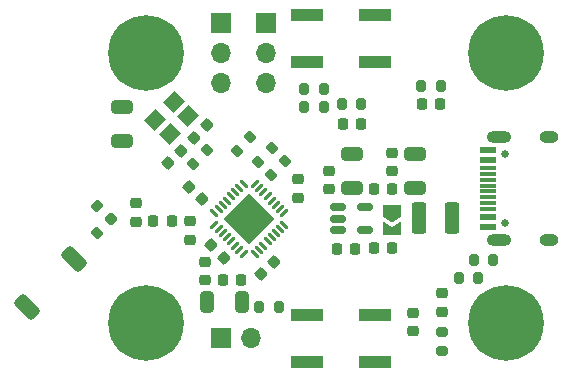
<source format=gbr>
%TF.GenerationSoftware,KiCad,Pcbnew,(6.0.9)*%
%TF.CreationDate,2023-01-31T22:53:35+08:00*%
%TF.ProjectId,ESP32C3_RF_Test,45535033-3243-4335-9f52-465f54657374,rev?*%
%TF.SameCoordinates,Original*%
%TF.FileFunction,Soldermask,Top*%
%TF.FilePolarity,Negative*%
%FSLAX46Y46*%
G04 Gerber Fmt 4.6, Leading zero omitted, Abs format (unit mm)*
G04 Created by KiCad (PCBNEW (6.0.9)) date 2023-01-31 22:53:35*
%MOMM*%
%LPD*%
G01*
G04 APERTURE LIST*
G04 Aperture macros list*
%AMRoundRect*
0 Rectangle with rounded corners*
0 $1 Rounding radius*
0 $2 $3 $4 $5 $6 $7 $8 $9 X,Y pos of 4 corners*
0 Add a 4 corners polygon primitive as box body*
4,1,4,$2,$3,$4,$5,$6,$7,$8,$9,$2,$3,0*
0 Add four circle primitives for the rounded corners*
1,1,$1+$1,$2,$3*
1,1,$1+$1,$4,$5*
1,1,$1+$1,$6,$7*
1,1,$1+$1,$8,$9*
0 Add four rect primitives between the rounded corners*
20,1,$1+$1,$2,$3,$4,$5,0*
20,1,$1+$1,$4,$5,$6,$7,0*
20,1,$1+$1,$6,$7,$8,$9,0*
20,1,$1+$1,$8,$9,$2,$3,0*%
%AMRotRect*
0 Rectangle, with rotation*
0 The origin of the aperture is its center*
0 $1 length*
0 $2 width*
0 $3 Rotation angle, in degrees counterclockwise*
0 Add horizontal line*
21,1,$1,$2,0,0,$3*%
%AMFreePoly0*
4,1,6,1.000000,0.000000,0.500000,-0.750000,-0.500000,-0.750000,-0.500000,0.750000,0.500000,0.750000,1.000000,0.000000,1.000000,0.000000,$1*%
%AMFreePoly1*
4,1,6,0.500000,-0.750000,-0.650000,-0.750000,-0.150000,0.000000,-0.650000,0.750000,0.500000,0.750000,0.500000,-0.750000,0.500000,-0.750000,$1*%
G04 Aperture macros list end*
%ADD10RoundRect,0.150000X-0.512500X-0.150000X0.512500X-0.150000X0.512500X0.150000X-0.512500X0.150000X0*%
%ADD11RoundRect,0.200000X0.053033X-0.335876X0.335876X-0.053033X-0.053033X0.335876X-0.335876X0.053033X0*%
%ADD12RoundRect,0.218750X0.218750X0.256250X-0.218750X0.256250X-0.218750X-0.256250X0.218750X-0.256250X0*%
%ADD13C,0.650000*%
%ADD14R,1.450000X0.600000*%
%ADD15R,1.450000X0.300000*%
%ADD16O,1.600000X1.000000*%
%ADD17O,2.100000X1.000000*%
%ADD18RoundRect,0.218750X-0.218750X-0.256250X0.218750X-0.256250X0.218750X0.256250X-0.218750X0.256250X0*%
%ADD19C,0.800000*%
%ADD20C,6.400000*%
%ADD21RoundRect,0.200000X-0.200000X-0.275000X0.200000X-0.275000X0.200000X0.275000X-0.200000X0.275000X0*%
%ADD22RoundRect,0.250000X-0.375000X-1.075000X0.375000X-1.075000X0.375000X1.075000X-0.375000X1.075000X0*%
%ADD23R,2.800000X1.000000*%
%ADD24RoundRect,0.225000X0.225000X0.250000X-0.225000X0.250000X-0.225000X-0.250000X0.225000X-0.250000X0*%
%ADD25RoundRect,0.225000X0.250000X-0.225000X0.250000X0.225000X-0.250000X0.225000X-0.250000X-0.225000X0*%
%ADD26RoundRect,0.200000X-0.335876X-0.053033X-0.053033X-0.335876X0.335876X0.053033X0.053033X0.335876X0*%
%ADD27RoundRect,0.225000X-0.335876X-0.017678X-0.017678X-0.335876X0.335876X0.017678X0.017678X0.335876X0*%
%ADD28RoundRect,0.225000X-0.017678X0.335876X-0.335876X0.017678X0.017678X-0.335876X0.335876X-0.017678X0*%
%ADD29RotRect,1.400000X1.200000X45.000000*%
%ADD30RoundRect,0.218750X0.256250X-0.218750X0.256250X0.218750X-0.256250X0.218750X-0.256250X-0.218750X0*%
%ADD31RoundRect,0.250000X0.650000X-0.325000X0.650000X0.325000X-0.650000X0.325000X-0.650000X-0.325000X0*%
%ADD32RoundRect,0.225000X-0.250000X0.225000X-0.250000X-0.225000X0.250000X-0.225000X0.250000X0.225000X0*%
%ADD33RoundRect,0.062500X-0.220971X-0.309359X0.309359X0.220971X0.220971X0.309359X-0.309359X-0.220971X0*%
%ADD34RoundRect,0.062500X0.220971X-0.309359X0.309359X-0.220971X-0.220971X0.309359X-0.309359X0.220971X0*%
%ADD35RotRect,3.100000X3.100000X45.000000*%
%ADD36RoundRect,0.250000X0.353553X-0.848528X0.848528X-0.353553X-0.353553X0.848528X-0.848528X0.353553X0*%
%ADD37RoundRect,0.200000X-0.275000X0.200000X-0.275000X-0.200000X0.275000X-0.200000X0.275000X0.200000X0*%
%ADD38R,1.700000X1.700000*%
%ADD39O,1.700000X1.700000*%
%ADD40RoundRect,0.225000X0.017678X-0.335876X0.335876X-0.017678X-0.017678X0.335876X-0.335876X0.017678X0*%
%ADD41RoundRect,0.225000X0.335876X0.017678X0.017678X0.335876X-0.335876X-0.017678X-0.017678X-0.335876X0*%
%ADD42RoundRect,0.225000X-0.225000X-0.250000X0.225000X-0.250000X0.225000X0.250000X-0.225000X0.250000X0*%
%ADD43RoundRect,0.250000X0.325000X0.650000X-0.325000X0.650000X-0.325000X-0.650000X0.325000X-0.650000X0*%
%ADD44FreePoly0,270.000000*%
%ADD45FreePoly1,270.000000*%
G04 APERTURE END LIST*
D10*
%TO.C,U2*%
X130561500Y-76532000D03*
X130561500Y-77482000D03*
X130561500Y-78432000D03*
X132836500Y-78432000D03*
X132836500Y-76532000D03*
%TD*%
D11*
%TO.C,R5*%
X110160637Y-78688363D03*
X111327363Y-77521637D03*
%TD*%
D12*
%TO.C,L3*%
X135153500Y-74979000D03*
X133578500Y-74979000D03*
%TD*%
D13*
%TO.C,J3*%
X144720000Y-77820000D03*
X144720000Y-72040000D03*
D14*
X143275000Y-78180000D03*
X143275000Y-77380000D03*
D15*
X143275000Y-76180000D03*
X143275000Y-75180000D03*
X143275000Y-74680000D03*
X143275000Y-73680000D03*
D14*
X143275000Y-72480000D03*
X143275000Y-71680000D03*
X143275000Y-71680000D03*
X143275000Y-72480000D03*
D15*
X143275000Y-73180000D03*
X143275000Y-74180000D03*
X143275000Y-75680000D03*
X143275000Y-76680000D03*
D14*
X143275000Y-77380000D03*
X143275000Y-78180000D03*
D16*
X148370000Y-79250000D03*
X148370000Y-70610000D03*
D17*
X144190000Y-79250000D03*
X144190000Y-70610000D03*
%TD*%
D18*
%TO.C,L2*%
X114909500Y-77724000D03*
X116484500Y-77724000D03*
%TD*%
D19*
%TO.C,H2*%
X142380000Y-63500000D03*
X143082944Y-65197056D03*
X144780000Y-61100000D03*
X143082944Y-61802944D03*
D20*
X144780000Y-63500000D03*
D19*
X146477056Y-61802944D03*
X144780000Y-65900000D03*
X146477056Y-65197056D03*
X147180000Y-63500000D03*
%TD*%
D21*
%TO.C,R2*%
X142050000Y-81026000D03*
X143700000Y-81026000D03*
%TD*%
D22*
%TO.C,F1*%
X137411000Y-77470000D03*
X140211000Y-77470000D03*
%TD*%
D11*
%TO.C,R8*%
X118288637Y-72846363D03*
X119455363Y-71679637D03*
%TD*%
D23*
%TO.C,SW1*%
X127910000Y-89630000D03*
X133710000Y-89630000D03*
X133710000Y-85630000D03*
X127910000Y-85630000D03*
%TD*%
D11*
%TO.C,R7*%
X124872957Y-73769043D03*
X126039683Y-72602317D03*
%TD*%
D21*
%TO.C,R3*%
X140780000Y-82550000D03*
X142430000Y-82550000D03*
%TD*%
D24*
%TO.C,C19*%
X132474000Y-69469000D03*
X130924000Y-69469000D03*
%TD*%
D19*
%TO.C,H4*%
X114300000Y-83960000D03*
X115997056Y-88057056D03*
X112602944Y-84662944D03*
X116700000Y-86360000D03*
X114300000Y-88760000D03*
X111900000Y-86360000D03*
D20*
X114300000Y-86360000D03*
D19*
X112602944Y-88057056D03*
X115997056Y-84662944D03*
%TD*%
D25*
%TO.C,C13*%
X135128000Y-73468000D03*
X135128000Y-71918000D03*
%TD*%
D26*
%TO.C,R1*%
X110160637Y-76378637D03*
X111327363Y-77545363D03*
%TD*%
D27*
%TO.C,C7*%
X119828312Y-79749672D03*
X120924328Y-80845688D03*
%TD*%
D19*
%TO.C,H3*%
X142380000Y-86360000D03*
D20*
X144780000Y-86360000D03*
D19*
X144780000Y-88760000D03*
X146477056Y-88057056D03*
X146477056Y-84662944D03*
X147180000Y-86360000D03*
X143082944Y-84662944D03*
X143082944Y-88057056D03*
X144780000Y-83960000D03*
%TD*%
D24*
%TO.C,C16*%
X131966000Y-80022000D03*
X130416000Y-80022000D03*
%TD*%
D28*
%TO.C,C10*%
X117261008Y-71714992D03*
X116164992Y-72811008D03*
%TD*%
D29*
%TO.C,Y1*%
X116282223Y-70339858D03*
X117837858Y-68784223D03*
X116635777Y-67582142D03*
X115080142Y-69137777D03*
%TD*%
D25*
%TO.C,C8*%
X113411000Y-77737000D03*
X113411000Y-76187000D03*
%TD*%
D30*
%TO.C,D1*%
X139319000Y-85369500D03*
X139319000Y-83794500D03*
%TD*%
D21*
%TO.C,R11*%
X130874000Y-67818000D03*
X132524000Y-67818000D03*
%TD*%
D31*
%TO.C,C15*%
X131699000Y-74930000D03*
X131699000Y-71980000D03*
%TD*%
D32*
%TO.C,C9*%
X117983000Y-77711000D03*
X117983000Y-79261000D03*
%TD*%
D30*
%TO.C,L1*%
X119253000Y-82702500D03*
X119253000Y-81127500D03*
%TD*%
D33*
%TO.C,U1*%
X120068310Y-77989816D03*
X120421864Y-78343369D03*
X120775417Y-78696923D03*
X121128971Y-79050476D03*
X121482524Y-79404029D03*
X121836077Y-79757583D03*
X122189631Y-80111136D03*
X122543184Y-80464690D03*
D34*
X123515456Y-80464690D03*
X123869009Y-80111136D03*
X124222563Y-79757583D03*
X124576116Y-79404029D03*
X124929669Y-79050476D03*
X125283223Y-78696923D03*
X125636776Y-78343369D03*
X125990330Y-77989816D03*
D33*
X125990330Y-77017544D03*
X125636776Y-76663991D03*
X125283223Y-76310437D03*
X124929669Y-75956884D03*
X124576116Y-75603331D03*
X124222563Y-75249777D03*
X123869009Y-74896224D03*
X123515456Y-74542670D03*
D34*
X122543184Y-74542670D03*
X122189631Y-74896224D03*
X121836077Y-75249777D03*
X121482524Y-75603331D03*
X121128971Y-75956884D03*
X120775417Y-76310437D03*
X120421864Y-76663991D03*
X120068310Y-77017544D03*
D35*
X123029320Y-77503680D03*
%TD*%
D24*
%TO.C,C17*%
X135141000Y-80010000D03*
X133591000Y-80010000D03*
%TD*%
D36*
%TO.C,AE2*%
X104173492Y-84929508D03*
X108204000Y-80899000D03*
%TD*%
D37*
%TO.C,R10*%
X139319000Y-87059000D03*
X139319000Y-88709000D03*
%TD*%
D38*
%TO.C,J4*%
X120650000Y-87630000D03*
D39*
X123190000Y-87630000D03*
%TD*%
D11*
%TO.C,R6*%
X123805320Y-72677680D03*
X124972046Y-71510954D03*
%TD*%
D23*
%TO.C,SW2*%
X127910000Y-60230000D03*
X133710000Y-60230000D03*
X133710000Y-64230000D03*
X127910000Y-64230000D03*
%TD*%
D21*
%TO.C,R14*%
X127699000Y-68072000D03*
X129349000Y-68072000D03*
%TD*%
D19*
%TO.C,H1*%
X116700000Y-63500000D03*
X115997056Y-61802944D03*
X115997056Y-65197056D03*
X112602944Y-61802944D03*
X114300000Y-61100000D03*
X112602944Y-65197056D03*
X114300000Y-65900000D03*
D20*
X114300000Y-63500000D03*
D19*
X111900000Y-63500000D03*
%TD*%
D25*
%TO.C,C18*%
X136906000Y-87008000D03*
X136906000Y-85458000D03*
%TD*%
D31*
%TO.C,C1*%
X112268000Y-70944000D03*
X112268000Y-67994000D03*
%TD*%
D21*
%TO.C,R12*%
X137605000Y-66294000D03*
X139255000Y-66294000D03*
%TD*%
D40*
%TO.C,C11*%
X118323992Y-70652008D03*
X119420008Y-69555992D03*
%TD*%
D25*
%TO.C,C2*%
X127127000Y-75705000D03*
X127127000Y-74155000D03*
%TD*%
D38*
%TO.C,J2*%
X120650000Y-60960000D03*
D39*
X120650000Y-63500000D03*
X120650000Y-66040000D03*
%TD*%
D21*
%TO.C,R9*%
X123889000Y-84963000D03*
X125539000Y-84963000D03*
%TD*%
D25*
%TO.C,C14*%
X129794000Y-74992000D03*
X129794000Y-73442000D03*
%TD*%
D31*
%TO.C,C12*%
X137033000Y-74930000D03*
X137033000Y-71980000D03*
%TD*%
D41*
%TO.C,C4*%
X119039008Y-75859008D03*
X117942992Y-74762992D03*
%TD*%
D42*
%TO.C,C20*%
X137655000Y-67818000D03*
X139205000Y-67818000D03*
%TD*%
D21*
%TO.C,R13*%
X127699000Y-66548000D03*
X129349000Y-66548000D03*
%TD*%
D43*
%TO.C,C5*%
X122379000Y-84582000D03*
X119429000Y-84582000D03*
%TD*%
D44*
%TO.C,JP1*%
X135128000Y-76872000D03*
D45*
X135128000Y-78322000D03*
%TD*%
D28*
%TO.C,C3*%
X125135008Y-81112992D03*
X124038992Y-82209008D03*
%TD*%
D42*
%TO.C,C6*%
X120764000Y-82677000D03*
X122314000Y-82677000D03*
%TD*%
D38*
%TO.C,J1*%
X124460000Y-60960000D03*
D39*
X124460000Y-63500000D03*
X124460000Y-66040000D03*
%TD*%
D11*
%TO.C,R4*%
X121951957Y-71737043D03*
X123118683Y-70570317D03*
%TD*%
M02*

</source>
